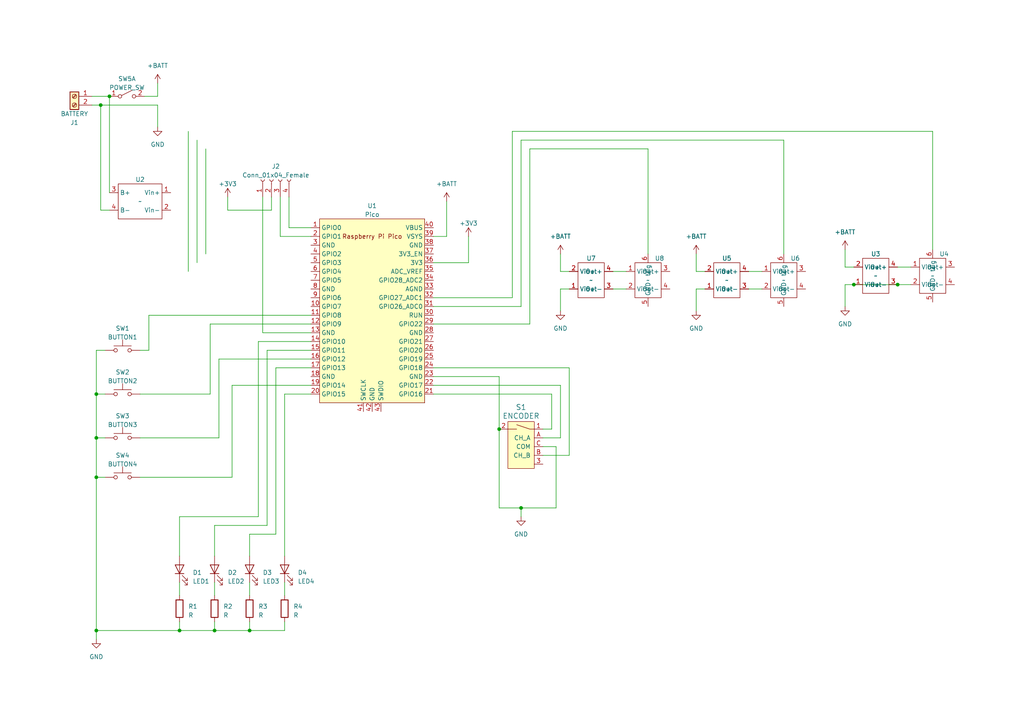
<source format=kicad_sch>
(kicad_sch (version 20230121) (generator eeschema)
  (paper "A4")
  (lib_symbols
    (symbol "Connector:Conn_01x04_Female" (pin_names (offset 1.016) hide)
      (property "Reference" "J" (at 0 5.08 0))
      (property "Value" "Conn_01x04_Female" (at 0 -7.62 0))
      (symbol "Conn_01x04_Female_1_1"
        (arc (start 0 -4.572) (mid -0.5058 -5.08) (end 0 -5.588) (stroke (width 0.1524)))
        (arc (start 0 -2.032) (mid -0.5058 -2.54) (end 0 -3.048) (stroke (width 0.1524)))
        (polyline (pts (xy -1.27 -5.08) (xy -0.508 -5.08)) (stroke (width 0.1524)))
        (polyline (pts (xy -1.27 -2.54) (xy -0.508 -2.54)) (stroke (width 0.1524)))
        (polyline (pts (xy -1.27 0) (xy -0.508 0)) (stroke (width 0.1524)))
        (polyline (pts (xy -1.27 2.54) (xy -0.508 2.54)) (stroke (width 0.1524)))
        (arc (start 0 0.508) (mid -0.5058 0) (end 0 -0.508) (stroke (width 0.1524)))
        (arc (start 0 3.048) (mid -0.5058 2.54) (end 0 2.032) (stroke (width 0.1524)))
        (pin passive line (at -5.08 2.54 0) (length 3.81) (name "Pin_1") (number "1"))
        (pin passive line (at -5.08 0 0) (length 3.81) (name "Pin_2") (number "2"))
        (pin passive line (at -5.08 -2.54 0) (length 3.81) (name "Pin_3") (number "3"))
        (pin passive line (at -5.08 -5.08 0) (length 3.81) (name "Pin_4") (number "4"))
      )
    )
    (symbol "Connector:Screw_Terminal_01x02" (pin_names (offset 1.016) hide)
      (property "Reference" "J" (at 0 2.54 0))
      (property "Value" "Screw_Terminal_01x02" (at 0 -5.08 0))
      (symbol "Screw_Terminal_01x02_1_1"
        (rectangle (start -1.27 1.27) (end 1.27 -3.81) (stroke (width 0.254)) (fill (type background)))
        (circle (center 0 -2.54) (radius 0.635) (stroke (width 0.1524)))
        (polyline (pts (xy -0.5334 -2.2098) (xy 0.3302 -3.048)) (stroke (width 0.1524)))
        (polyline (pts (xy -0.5334 0.3302) (xy 0.3302 -0.508)) (stroke (width 0.1524)))
        (polyline (pts (xy -0.3556 -2.032) (xy 0.508 -2.8702)) (stroke (width 0.1524)))
        (polyline (pts (xy -0.3556 0.508) (xy 0.508 -0.3302)) (stroke (width 0.1524)))
        (circle (center 0 0) (radius 0.635) (stroke (width 0.1524)))
        (pin passive line (at -5.08 0 0) (length 3.81) (name "Pin_1") (number "1"))
        (pin passive line (at -5.08 -2.54 0) (length 3.81) (name "Pin_2") (number "2"))
      )
    )
    (symbol "Device:LED" (pin_numbers hide) (pin_names (offset 1.016) hide)
      (property "Reference" "D" (at 0 2.54 0))
      (property "Value" "LED" (at 0 -2.54 0))
      (symbol "LED_0_1"
        (polyline (pts (xy -1.27 -1.27) (xy -1.27 1.27)) (stroke (width 0.2032)))
        (polyline (pts (xy -1.27 0) (xy 1.27 0)))
        (polyline (pts (xy 1.27 -1.27) (xy 1.27 1.27) (xy -1.27 0) (xy 1.27 -1.27)) (stroke (width 0.2032)))
        (polyline (pts (xy -3.048 -0.762) (xy -4.572 -2.286) (xy -3.81 -2.286) (xy -4.572 -2.286) (xy -4.572 -1.524)))
        (polyline (pts (xy -1.778 -0.762) (xy -3.302 -2.286) (xy -2.54 -2.286) (xy -3.302 -2.286) (xy -3.302 -1.524)))
      )
      (symbol "LED_1_1"
        (pin passive line (at -3.81 0 0) (length 2.54) (name "K") (number "1"))
        (pin passive line (at 3.81 0 180) (length 2.54) (name "A") (number "2"))
      )
    )
    (symbol "Device:R" (pin_numbers hide) (pin_names (offset 0))
      (property "Reference" "R" (at 2.032 0 90))
      (property "Value" "R" (at 0 0 90))
      (symbol "R_0_1"
        (rectangle (start -1.016 -2.54) (end 1.016 2.54) (stroke (width 0.254)))
      )
      (symbol "R_1_1"
        (pin passive line (at 0 3.81 270) (length 1.27) (name "~") (number "1"))
        (pin passive line (at 0 -3.81 90) (length 1.27) (name "~") (number "2"))
      )
    )
    (symbol "GND_1" (power) (pin_names (offset 0))
      (property "Value" "GND_1" (at 0 -3.81 0))
      (symbol "GND_1_0_1"
        (polyline (pts (xy 0 0) (xy 0 -1.27) (xy 1.27 -1.27) (xy 0 -2.54) (xy -1.27 -1.27) (xy 0 -1.27)))
      )
      (symbol "GND_1_1_1"
        (pin power_in line (at 0 0 270) (length 0) hide (name "GND") (number "1"))
      )
    )
    (symbol "MCU_RaspberryPi_and_Boards:Pico"
      (property "Reference" "U" (at -13.97 27.94 0))
      (property "Value" "Pico" (at 0 19.05 0))
      (symbol "Pico_0_0"
        (text "Raspberry Pi Pico" (at 0 21.59 0) (effects (font (size 1.27 1.27))))
      )
      (symbol "Pico_0_1"
        (rectangle (start -15.24 26.67) (end 15.24 -26.67) (fill (type background)))
      )
      (symbol "Pico_1_1"
        (pin bidirectional line (at -17.78 24.13 0) (length 2.54) (name "GPIO0") (number "1"))
        (pin bidirectional line (at -17.78 1.27 0) (length 2.54) (name "GPIO7") (number "10"))
        (pin bidirectional line (at -17.78 -1.27 0) (length 2.54) (name "GPIO8") (number "11"))
        (pin bidirectional line (at -17.78 -3.81 0) (length 2.54) (name "GPIO9") (number "12"))
        (pin power_in line (at -17.78 -6.35 0) (length 2.54) (name "GND") (number "13"))
        (pin bidirectional line (at -17.78 -8.89 0) (length 2.54) (name "GPIO10") (number "14"))
        (pin bidirectional line (at -17.78 -11.43 0) (length 2.54) (name "GPIO11") (number "15"))
        (pin bidirectional line (at -17.78 -13.97 0) (length 2.54) (name "GPIO12") (number "16"))
        (pin bidirectional line (at -17.78 -16.51 0) (length 2.54) (name "GPIO13") (number "17"))
        (pin power_in line (at -17.78 -19.05 0) (length 2.54) (name "GND") (number "18"))
        (pin bidirectional line (at -17.78 -21.59 0) (length 2.54) (name "GPIO14") (number "19"))
        (pin bidirectional line (at -17.78 21.59 0) (length 2.54) (name "GPIO1") (number "2"))
        (pin bidirectional line (at -17.78 -24.13 0) (length 2.54) (name "GPIO15") (number "20"))
        (pin bidirectional line (at 17.78 -24.13 180) (length 2.54) (name "GPIO16") (number "21"))
        (pin bidirectional line (at 17.78 -21.59 180) (length 2.54) (name "GPIO17") (number "22"))
        (pin power_in line (at 17.78 -19.05 180) (length 2.54) (name "GND") (number "23"))
        (pin bidirectional line (at 17.78 -16.51 180) (length 2.54) (name "GPIO18") (number "24"))
        (pin bidirectional line (at 17.78 -13.97 180) (length 2.54) (name "GPIO19") (number "25"))
        (pin bidirectional line (at 17.78 -11.43 180) (length 2.54) (name "GPIO20") (number "26"))
        (pin bidirectional line (at 17.78 -8.89 180) (length 2.54) (name "GPIO21") (number "27"))
        (pin power_in line (at 17.78 -6.35 180) (length 2.54) (name "GND") (number "28"))
        (pin bidirectional line (at 17.78 -3.81 180) (length 2.54) (name "GPIO22") (number "29"))
        (pin power_in line (at -17.78 19.05 0) (length 2.54) (name "GND") (number "3"))
        (pin input line (at 17.78 -1.27 180) (length 2.54) (name "RUN") (number "30"))
        (pin bidirectional line (at 17.78 1.27 180) (length 2.54) (name "GPIO26_ADC0") (number "31"))
        (pin bidirectional line (at 17.78 3.81 180) (length 2.54) (name "GPIO27_ADC1") (number "32"))
        (pin power_in line (at 17.78 6.35 180) (length 2.54) (name "AGND") (number "33"))
        (pin bidirectional line (at 17.78 8.89 180) (length 2.54) (name "GPIO28_ADC2") (number "34"))
        (pin power_in line (at 17.78 11.43 180) (length 2.54) (name "ADC_VREF") (number "35"))
        (pin power_in line (at 17.78 13.97 180) (length 2.54) (name "3V3") (number "36"))
        (pin input line (at 17.78 16.51 180) (length 2.54) (name "3V3_EN") (number "37"))
        (pin bidirectional line (at 17.78 19.05 180) (length 2.54) (name "GND") (number "38"))
        (pin power_in line (at 17.78 21.59 180) (length 2.54) (name "VSYS") (number "39"))
        (pin bidirectional line (at -17.78 16.51 0) (length 2.54) (name "GPIO2") (number "4"))
        (pin power_in line (at 17.78 24.13 180) (length 2.54) (name "VBUS") (number "40"))
        (pin input line (at -2.54 -29.21 90) (length 2.54) (name "SWCLK") (number "41"))
        (pin power_in line (at 0 -29.21 90) (length 2.54) (name "GND") (number "42"))
        (pin bidirectional line (at 2.54 -29.21 90) (length 2.54) (name "SWDIO") (number "43"))
        (pin bidirectional line (at -17.78 13.97 0) (length 2.54) (name "GPIO3") (number "5"))
        (pin bidirectional line (at -17.78 11.43 0) (length 2.54) (name "GPIO4") (number "6"))
        (pin bidirectional line (at -17.78 8.89 0) (length 2.54) (name "GPIO5") (number "7"))
        (pin power_in line (at -17.78 6.35 0) (length 2.54) (name "GND") (number "8"))
        (pin bidirectional line (at -17.78 3.81 0) (length 2.54) (name "GPIO6") (number "9"))
      )
    )
    (symbol "Switch:SW_DPST_x2" (pin_names (offset 0) hide)
      (property "Reference" "SW" (at 0 3.175 0))
      (property "Value" "SW_DPST_x2" (at 0 -2.54 0))
      (symbol "SW_DPST_x2_0_0"
        (circle (center -2.032 0) (radius 0.508))
        (polyline (pts (xy -1.524 0.254) (xy 1.524 1.778)))
        (circle (center 2.032 0) (radius 0.508))
      )
      (symbol "SW_DPST_x2_1_1"
        (pin passive line (at -5.08 0 0) (length 2.54) (name "A") (number "1"))
        (pin passive line (at 5.08 0 180) (length 2.54) (name "B") (number "2"))
      )
      (symbol "SW_DPST_x2_2_1"
        (pin passive line (at -5.08 0 0) (length 2.54) (name "A") (number "3"))
        (pin passive line (at 5.08 0 180) (length 2.54) (name "B") (number "4"))
      )
    )
    (symbol "Switch:SW_Push" (pin_numbers hide) (pin_names (offset 1.016) hide)
      (property "Reference" "SW" (at 1.27 2.54 0))
      (property "Value" "SW_Push" (at 0 -1.524 0))
      (symbol "SW_Push_0_1"
        (circle (center -2.032 0) (radius 0.508))
        (polyline (pts (xy 0 1.27) (xy 0 3.048)))
        (polyline (pts (xy 2.54 1.27) (xy -2.54 1.27)))
        (circle (center 2.032 0) (radius 0.508))
        (pin passive line (at -5.08 0 0) (length 2.54) (name "1") (number "1"))
        (pin passive line (at 5.08 0 180) (length 2.54) (name "2") (number "2"))
      )
    )
    (symbol "chinese_modules:charger"
      (property "Reference" "U" (at 0 0 0))
      (symbol "charger_0_1"
        (rectangle (start -6.35 5.08) (end 6.35 -5.08))
      )
      (symbol "charger_1_1"
        (pin input line (at 8.89 2.54 180) (length 2.54) (name "Vin+") (number "1"))
        (pin input line (at 8.89 -2.54 180) (length 2.54) (name "Vin-") (number "2"))
        (pin input line (at -8.89 2.54 0) (length 2.54) (name "B+") (number "3"))
        (pin input line (at -8.89 -2.54 0) (length 2.54) (name "B-") (number "4"))
      )
    )
    (symbol "chinese_modules:dc-dc"
      (property "Reference" "U" (at 0 0 0))
      (symbol "dc-dc_0_1"
        (rectangle (start -3.81 5.08) (end 3.81 -5.08))
      )
      (symbol "dc-dc_1_1"
        (pin power_in line (at -6.35 -2.54 0) (length 2.54) (name "Vin+") (number "1"))
        (pin power_in line (at -6.35 2.54 0) (length 2.54) (name "Vin+") (number "2"))
        (pin power_out line (at 6.35 -2.54 180) (length 2.54) (name "Out-") (number "3"))
        (pin power_out line (at 6.35 2.54 180) (length 2.54) (name "Out+") (number "4"))
      )
    )
    (symbol "chinese_modules:xy-mos"
      (property "Reference" "U" (at -11.43 0 0))
      (symbol "xy-mos_0_1"
        (rectangle (start -3.81 5.08) (end 3.81 -5.08))
      )
      (symbol "xy-mos_1_1"
        (pin power_in line (at -6.35 2.54 0) (length 2.54) (name "Vin+") (number "1"))
        (pin power_in line (at -6.35 -2.54 0) (length 2.54) (name "Vin-") (number "2"))
        (pin power_out line (at 6.35 2.54 180) (length 2.54) (name "Out+") (number "3"))
        (pin power_out line (at 6.35 -2.54 180) (length 2.54) (name "Out-") (number "4"))
        (pin input line (at 0 -7.62 90) (length 2.54) (name "GND") (number "5"))
        (pin input line (at 0 7.62 270) (length 2.54) (name "trig") (number "6"))
      )
    )
    (symbol "dk_Encoders:PEC11R-4215F-S0024" (pin_names (offset 1.016))
      (property "Reference" "S" (at -1.27 5.715 0))
      (property "Value" "PEC11R-4215F-S0024" (at -1.27 -9.906 0))
      (symbol "PEC11R-4215F-S0024_0_1"
        (rectangle (start -5.08 4.699) (end 2.54 -8.89) (fill (type background)))
        (polyline (pts (xy 0 2.54) (xy 2.54 2.54)))
        (polyline (pts (xy -5.08 2.54) (xy -3.81 2.54) (xy 0 3.81)))
      )
      (symbol "PEC11R-4215F-S0024_1_1"
        (pin bidirectional line (at -7.62 2.54 0) (length 2.54) (name "~") (number "1"))
        (pin bidirectional line (at 5.08 2.54 180) (length 2.54) (name "~") (number "2"))
        (pin unspecified line (at -7.62 -7.62 0) (length 2.54) (name "~") (number "3"))
        (pin bidirectional line (at -7.62 0 0) (length 2.54) (name "CH_A") (number "A"))
        (pin bidirectional line (at -7.62 -5.08 0) (length 2.54) (name "CH_B") (number "B"))
        (pin input line (at -7.62 -2.54 0) (length 2.54) (name "COM") (number "C"))
      )
    )
    (symbol "power:+3.3V" (power) (pin_names (offset 0))
      (property "Value" "+3.3V" (at 0 3.556 0))
      (symbol "+3.3V_0_1"
        (polyline (pts (xy -0.762 1.27) (xy 0 2.54)))
        (polyline (pts (xy 0 0) (xy 0 2.54)))
        (polyline (pts (xy 0 2.54) (xy 0.762 1.27)))
      )
      (symbol "+3.3V_1_1"
        (pin power_in line (at 0 0 90) (length 0) hide (name "+3V3") (number "1"))
      )
    )
    (symbol "power:+BATT" (power) (pin_names (offset 0))
      (property "Value" "+BATT" (at 0 3.556 0))
      (symbol "+BATT_0_1"
        (polyline (pts (xy -0.762 1.27) (xy 0 2.54)))
        (polyline (pts (xy 0 0) (xy 0 2.54)))
        (polyline (pts (xy 0 2.54) (xy 0.762 1.27)))
      )
      (symbol "+BATT_1_1"
        (pin power_in line (at 0 0 90) (length 0) hide (name "+BATT") (number "1"))
      )
    )
    (symbol "power:GND" (power) (pin_names (offset 0))
      (property "Value" "GND" (at 0 -3.81 0))
      (symbol "GND_0_1"
        (polyline (pts (xy 0 0) (xy 0 -1.27) (xy 1.27 -1.27) (xy 0 -2.54) (xy -1.27 -1.27) (xy 0 -1.27)))
      )
      (symbol "GND_1_1"
        (pin power_in line (at 0 0 270) (length 0) hide (name "GND") (number "1"))
      )
    )
  )
  (junction (at 247.65 82.55))
  (junction (at 27.94 114.3))
  (junction (at 62.23 182.88))
  (junction (at 144.78 124.46))
  (junction (at 29.21 30.48))
  (junction (at 260.35 82.55))
  (junction (at 27.94 138.43))
  (junction (at 27.94 127))
  (junction (at 52.07 182.88))
  (junction (at 72.39 182.88))
  (junction (at 151.13 147.32))
  (junction (at 27.94 182.88))
  (junction (at 31.75 27.94))
  (wire (pts (xy 29.21 60.96) (xy 29.21 30.48)))
  (wire (pts (xy 144.78 109.22) (xy 144.78 124.46)))
  (wire (pts (xy 204.47 83.82) (xy 201.93 83.82)))
  (wire (pts (xy 165.1 83.82) (xy 162.56 83.82)))
  (wire (pts (xy 247.65 82.55) (xy 260.35 82.55)))
  (wire (pts (xy 260.35 82.55) (xy 264.16 82.55)))
  (wire (pts (xy 54.61 38.1) (xy 54.61 78.74)))
  (wire (pts (xy 30.48 127) (xy 27.94 127)))
  (wire (pts (xy 201.93 73.66) (xy 201.93 78.74)))
  (wire (pts (xy 52.07 149.86) (xy 74.93 149.86)))
  (wire (pts (xy 148.59 38.1) (xy 270.51 38.1)))
  (wire (pts (xy 80.01 106.68) (xy 80.01 154.94)))
  (wire (pts (xy 187.96 43.18) (xy 187.96 73.66)))
  (wire (pts (xy 157.48 124.46) (xy 160.02 124.46)))
  (wire (pts (xy 27.94 182.88) (xy 27.94 185.42)))
  (wire (pts (xy 40.64 138.43) (xy 67.31 138.43)))
  (wire (pts (xy 43.18 101.6) (xy 40.64 101.6)))
  (wire (pts (xy 66.04 60.96) (xy 78.74 60.96)))
  (wire (pts (xy 67.31 138.43) (xy 67.31 111.76)))
  (wire (pts (xy 153.67 43.18) (xy 187.96 43.18)))
  (wire (pts (xy 57.15 76.2) (xy 57.15 40.64)))
  (wire (pts (xy 81.28 68.58) (xy 90.17 68.58)))
  (wire (pts (xy 30.48 101.6) (xy 27.94 101.6)))
  (wire (pts (xy 227.33 40.64) (xy 227.33 73.66)))
  (wire (pts (xy 62.23 152.4) (xy 62.23 161.29)))
  (wire (pts (xy 148.59 86.36) (xy 148.59 38.1)))
  (wire (pts (xy 72.39 168.91) (xy 72.39 172.72)))
  (wire (pts (xy 157.48 129.54) (xy 161.29 129.54)))
  (wire (pts (xy 153.67 93.98) (xy 153.67 43.18)))
  (wire (pts (xy 162.56 127) (xy 162.56 111.76)))
  (wire (pts (xy 78.74 60.96) (xy 78.74 57.15)))
  (wire (pts (xy 151.13 88.9) (xy 125.73 88.9)))
  (wire (pts (xy 177.8 78.74) (xy 181.61 78.74)))
  (wire (pts (xy 52.07 182.88) (xy 62.23 182.88)))
  (wire (pts (xy 82.55 168.91) (xy 82.55 172.72)))
  (wire (pts (xy 217.17 83.82) (xy 220.98 83.82)))
  (wire (pts (xy 260.35 77.47) (xy 264.16 77.47)))
  (wire (pts (xy 27.94 101.6) (xy 27.94 114.3)))
  (wire (pts (xy 245.11 77.47) (xy 247.65 77.47)))
  (wire (pts (xy 165.1 106.68) (xy 165.1 132.08)))
  (wire (pts (xy 74.93 99.06) (xy 90.17 99.06)))
  (wire (pts (xy 151.13 40.64) (xy 151.13 88.9)))
  (wire (pts (xy 52.07 182.88) (xy 52.07 180.34)))
  (wire (pts (xy 82.55 182.88) (xy 82.55 180.34)))
  (wire (pts (xy 62.23 168.91) (xy 62.23 172.72)))
  (wire (pts (xy 45.72 30.48) (xy 45.72 36.83)))
  (wire (pts (xy 125.73 76.2) (xy 135.89 76.2)))
  (wire (pts (xy 27.94 114.3) (xy 30.48 114.3)))
  (wire (pts (xy 27.94 114.3) (xy 27.94 127)))
  (wire (pts (xy 43.18 91.44) (xy 90.17 91.44)))
  (wire (pts (xy 40.64 127) (xy 63.5 127)))
  (wire (pts (xy 177.8 83.82) (xy 181.61 83.82)))
  (wire (pts (xy 129.54 68.58) (xy 129.54 58.42)))
  (wire (pts (xy 72.39 154.94) (xy 80.01 154.94)))
  (wire (pts (xy 83.82 66.04) (xy 90.17 66.04)))
  (wire (pts (xy 125.73 106.68) (xy 165.1 106.68)))
  (wire (pts (xy 90.17 104.14) (xy 63.5 104.14)))
  (wire (pts (xy 45.72 27.94) (xy 45.72 24.13)))
  (wire (pts (xy 77.47 152.4) (xy 62.23 152.4)))
  (wire (pts (xy 160.02 114.3) (xy 125.73 114.3)))
  (wire (pts (xy 245.11 82.55) (xy 245.11 88.9)))
  (wire (pts (xy 161.29 129.54) (xy 161.29 147.32)))
  (wire (pts (xy 41.91 27.94) (xy 45.72 27.94)))
  (wire (pts (xy 26.67 30.48) (xy 29.21 30.48)))
  (wire (pts (xy 67.31 111.76) (xy 90.17 111.76)))
  (wire (pts (xy 72.39 182.88) (xy 72.39 180.34)))
  (wire (pts (xy 80.01 106.68) (xy 90.17 106.68)))
  (wire (pts (xy 135.89 76.2) (xy 135.89 68.58)))
  (wire (pts (xy 74.93 149.86) (xy 74.93 99.06)))
  (wire (pts (xy 29.21 60.96) (xy 31.75 60.96)))
  (wire (pts (xy 245.11 82.55) (xy 247.65 82.55)))
  (wire (pts (xy 52.07 161.29) (xy 52.07 149.86)))
  (wire (pts (xy 144.78 124.46) (xy 144.78 147.32)))
  (wire (pts (xy 125.73 68.58) (xy 129.54 68.58)))
  (wire (pts (xy 270.51 38.1) (xy 270.51 72.39)))
  (wire (pts (xy 90.17 114.3) (xy 82.55 114.3)))
  (wire (pts (xy 27.94 138.43) (xy 27.94 182.88)))
  (wire (pts (xy 217.17 78.74) (xy 220.98 78.74)))
  (wire (pts (xy 165.1 132.08) (xy 157.48 132.08)))
  (wire (pts (xy 60.96 93.98) (xy 90.17 93.98)))
  (wire (pts (xy 227.33 40.64) (xy 151.13 40.64)))
  (wire (pts (xy 40.64 114.3) (xy 60.96 114.3)))
  (wire (pts (xy 43.18 91.44) (xy 43.18 101.6)))
  (wire (pts (xy 162.56 83.82) (xy 162.56 90.17)))
  (wire (pts (xy 72.39 182.88) (xy 82.55 182.88)))
  (wire (pts (xy 76.2 57.15) (xy 76.2 96.52)))
  (wire (pts (xy 201.93 78.74) (xy 204.47 78.74)))
  (wire (pts (xy 77.47 101.6) (xy 77.47 152.4)))
  (wire (pts (xy 29.21 30.48) (xy 45.72 30.48)))
  (wire (pts (xy 66.04 57.15) (xy 66.04 60.96)))
  (wire (pts (xy 60.96 114.3) (xy 60.96 93.98)))
  (wire (pts (xy 82.55 114.3) (xy 82.55 161.29)))
  (wire (pts (xy 27.94 138.43) (xy 30.48 138.43)))
  (wire (pts (xy 72.39 161.29) (xy 72.39 154.94)))
  (wire (pts (xy 27.94 182.88) (xy 52.07 182.88)))
  (wire (pts (xy 76.2 96.52) (xy 90.17 96.52)))
  (wire (pts (xy 162.56 73.66) (xy 162.56 78.74)))
  (wire (pts (xy 160.02 124.46) (xy 160.02 114.3)))
  (wire (pts (xy 162.56 111.76) (xy 125.73 111.76)))
  (wire (pts (xy 59.69 73.66) (xy 59.69 43.18)))
  (wire (pts (xy 157.48 127) (xy 162.56 127)))
  (wire (pts (xy 31.75 27.94) (xy 31.75 55.88)))
  (wire (pts (xy 162.56 78.74) (xy 165.1 78.74)))
  (wire (pts (xy 52.07 168.91) (xy 52.07 172.72)))
  (wire (pts (xy 27.94 127) (xy 27.94 138.43)))
  (wire (pts (xy 62.23 182.88) (xy 62.23 180.34)))
  (wire (pts (xy 81.28 57.15) (xy 81.28 68.58)))
  (wire (pts (xy 63.5 104.14) (xy 63.5 127)))
  (wire (pts (xy 201.93 83.82) (xy 201.93 90.17)))
  (wire (pts (xy 161.29 147.32) (xy 151.13 147.32)))
  (wire (pts (xy 125.73 93.98) (xy 153.67 93.98)))
  (wire (pts (xy 62.23 182.88) (xy 72.39 182.88)))
  (wire (pts (xy 151.13 147.32) (xy 144.78 147.32)))
  (wire (pts (xy 125.73 109.22) (xy 144.78 109.22)))
  (wire (pts (xy 125.73 86.36) (xy 148.59 86.36)))
  (wire (pts (xy 77.47 101.6) (xy 90.17 101.6)))
  (wire (pts (xy 26.67 27.94) (xy 31.75 27.94)))
  (wire (pts (xy 83.82 57.15) (xy 83.82 66.04)))
  (wire (pts (xy 245.11 72.39) (xy 245.11 77.47)))
  (wire (pts (xy 151.13 147.32) (xy 151.13 149.86)))
  (symbol (lib_id "power:GND") (at 201.93 90.17 0) (unit 1)
    (property "Reference" "#PWR09" (effects hide))
    (property "Value" "GND" (at 201.93 95.25 0))
  )
  (symbol (lib_id "power:+BATT") (at 45.72 24.13 0) (unit 1)
    (property "Reference" "#PWR06" (effects hide))
    (property "Value" "+BATT" (at 45.72 19.05 0))
  )
  (symbol (lib_id "Device:LED") (at 72.39 165.1 90) (unit 1)
    (property "Reference" "D3" (at 76.2 166.0652 90) (effects (justify right)))
    (property "Value" "LED3" (at 76.2 168.6052 90) (effects (justify right)))
    (property "Footprint" "LED_THT:LED_D5.0mm" (effects hide))
  )
  (symbol (lib_id "power:+BATT") (at 245.11 72.39 0) (unit 1)
    (property "Reference" "#PWR04" (effects hide))
    (property "Value" "+BATT" (at 245.11 67.31 0))
  )
  (symbol (lib_id "Switch:SW_DPST_x2") (at 36.83 27.94 0) (unit 1)
    (property "Reference" "SW5" (at 36.83 22.86 0))
    (property "Value" "POWER_SW" (at 36.83 25.4 0))
    (property "Footprint" "Inductor_THT:L_Radial_D12.0mm_P6.00mm_MuRATA_1900R" (effects hide))
  )
  (symbol (lib_id "chinese_modules:xy-mos") (at 187.96 81.28 0) (unit 1)
    (property "Reference" "U8" (at 189.9159 74.93 0) (effects (justify left)))
    (property "Value" "~" (at 187.96 81.28 0))
    (property "Footprint" "chinese_modules:xy-mos" (effects hide))
  )
  (symbol (lib_id "Device:R") (at 82.55 176.53 0) (unit 1)
    (property "Reference" "R4" (at 85.09 175.895 0) (effects (justify left)))
    (property "Value" "R" (at 85.09 178.435 0) (effects (justify left)))
    (property "Footprint" "Resistor_THT:R_Axial_DIN0617_L17.0mm_D6.0mm_P5.08mm_Vertical" (effects hide))
  )
  (symbol (lib_id "power:+3.3V") (at 135.89 68.58 0) (unit 1)
    (property "Reference" "#PWR07" (effects hide))
    (property "Value" "+3.3V" (at 135.89 64.77 0))
  )
  (symbol (lib_id "Device:LED") (at 82.55 165.1 90) (unit 1)
    (property "Reference" "D4" (at 86.36 166.0652 90) (effects (justify right)))
    (property "Value" "LED4" (at 86.36 168.6052 90) (effects (justify right)))
    (property "Footprint" "LED_THT:LED_D5.0mm" (effects hide))
  )
  (symbol (lib_id "chinese_modules:charger") (at 40.64 58.42 0) (unit 1)
    (property "Reference" "U2" (at 40.64 52.07 0))
    (property "Value" "~" (at 40.64 58.42 0))
    (property "Footprint" "chinese_modules:charger" (effects hide))
  )
  (symbol (lib_id "chinese_modules:dc-dc") (at 210.82 81.28 0) (unit 1)
    (property "Reference" "U5" (at 210.82 74.93 0))
    (property "Value" "~" (at 210.82 81.28 0))
    (property "Footprint" "chinese_modules:dc-dc module" (effects hide))
  )
  (symbol (lib_id "Connector:Screw_Terminal_01x02") (at 21.59 27.94 0) (mirror y) (unit 1)
    (property "Reference" "J1" (at 21.59 35.56 0))
    (property "Value" "BATTERY" (at 21.59 33.02 0))
    (property "Footprint" "TerminalBlock:TerminalBlock_bornier-2_P5.08mm" (effects hide))
  )
  (symbol (lib_id "Switch:SW_Push") (at 35.56 101.6 0) (unit 1)
    (property "Reference" "SW1" (at 35.56 95.25 0))
    (property "Value" "BUTTON1" (at 35.56 97.79 0))
    (property "Footprint" "Inductor_THT:L_Radial_D12.0mm_P6.00mm_MuRATA_1900R" (effects hide))
  )
  (symbol (lib_id "Switch:SW_Push") (at 35.56 114.3 0) (unit 1)
    (property "Reference" "SW2" (at 35.56 107.95 0))
    (property "Value" "BUTTON2" (at 35.56 110.49 0))
    (property "Footprint" "Inductor_THT:L_Radial_D12.0mm_P6.00mm_MuRATA_1900R" (effects hide))
  )
  (symbol (lib_id "chinese_modules:xy-mos") (at 227.33 81.28 0) (unit 1)
    (property "Reference" "U6" (at 229.2859 74.93 0) (effects (justify left)))
    (property "Value" "~" (at 227.33 81.28 0))
    (property "Footprint" "chinese_modules:xy-mos" (effects hide))
  )
  (symbol (lib_id "Switch:SW_Push") (at 35.56 127 0) (unit 1)
    (property "Reference" "SW3" (at 35.56 120.65 0))
    (property "Value" "BUTTON3" (at 35.56 123.19 0))
    (property "Footprint" "Inductor_THT:L_Radial_D12.0mm_P6.00mm_MuRATA_1900R" (effects hide))
  )
  (symbol (lib_name "GND_1") (lib_id "power:GND") (at 245.11 88.9 0) (unit 1)
    (property "Reference" "#PWR014" (effects hide))
    (property "Value" "GND" (at 245.11 93.98 0))
  )
  (symbol (lib_id "power:+BATT") (at 129.54 58.42 0) (unit 1)
    (property "Reference" "#PWR03" (effects hide))
    (property "Value" "+BATT" (at 129.54 53.34 0))
  )
  (symbol (lib_id "Device:R") (at 62.23 176.53 0) (unit 1)
    (property "Reference" "R2" (at 64.77 175.895 0) (effects (justify left)))
    (property "Value" "R" (at 64.77 178.435 0) (effects (justify left)))
    (property "Footprint" "Resistor_THT:R_Axial_DIN0617_L17.0mm_D6.0mm_P5.08mm_Vertical" (effects hide))
  )
  (symbol (lib_id "chinese_modules:dc-dc") (at 254 80.01 0) (unit 1)
    (property "Reference" "U3" (at 254 73.66 0))
    (property "Value" "~" (at 254 80.01 0))
    (property "Footprint" "chinese_modules:dc-dc module" (effects hide))
  )
  (symbol (lib_id "chinese_modules:xy-mos") (at 270.51 80.01 0) (unit 1)
    (property "Reference" "U4" (at 272.4659 73.66 0) (effects (justify left)))
    (property "Value" "~" (at 270.51 80.01 0))
    (property "Footprint" "chinese_modules:xy-mos" (effects hide))
  )
  (symbol (lib_id "power:GND") (at 151.13 149.86 0) (unit 1)
    (property "Reference" "#PWR015" (effects hide))
    (property "Value" "GND" (at 151.13 154.94 0))
  )
  (symbol (lib_id "power:GND") (at 27.94 185.42 0) (unit 1)
    (property "Reference" "#PWR01" (effects hide))
    (property "Value" "GND" (at 27.94 190.5 0))
  )
  (symbol (lib_id "Device:R") (at 52.07 176.53 0) (unit 1)
    (property "Reference" "R1" (at 54.61 175.895 0) (effects (justify left)))
    (property "Value" "R" (at 54.61 178.435 0) (effects (justify left)))
    (property "Footprint" "Resistor_THT:R_Axial_DIN0617_L17.0mm_D6.0mm_P5.08mm_Vertical" (effects hide))
  )
  (symbol (lib_id "Device:LED") (at 62.23 165.1 90) (unit 1)
    (property "Reference" "D2" (at 66.04 166.0652 90) (effects (justify right)))
    (property "Value" "LED2" (at 66.04 168.6052 90) (effects (justify right)))
    (property "Footprint" "LED_THT:LED_D5.0mm" (effects hide))
  )
  (symbol (lib_id "power:GND") (at 45.72 36.83 0) (unit 1)
    (property "Reference" "#PWR02" (effects hide))
    (property "Value" "GND" (at 45.72 41.91 0))
  )
  (symbol (lib_id "power:+3.3V") (at 66.04 57.15 0) (unit 1)
    (property "Reference" "#PWR012" (effects hide))
    (property "Value" "+3.3V" (at 66.04 53.34 0))
  )
  (symbol (lib_id "dk_Encoders:PEC11R-4215F-S0024") (at 149.86 127 0) (mirror y) (unit 1)
    (property "Reference" "S1" (at 151.13 118.11 0) (effects (font (size 1.524 1.524))))
    (property "Value" "ENCODER" (at 151.13 120.65 0) (effects (font (size 1.524 1.524))))
    (property "Footprint" "digikey-footprints:Rotary_Encoder_Switched_PEC11R" (effects hide))
    (property "Datasheet" "https://www.bourns.com/docs/Product-Datasheets/PEC11R.pdf" (effects hide))
    (property "Digi-Key_PN" "PEC11R-4215F-S0024-ND" (effects hide))
    (property "MPN" "PEC11R-4215F-S0024" (effects hide))
    (property "Category" "Sensors, Transducers" (effects hide))
    (property "Family" "Encoders" (effects hide))
    (property "DK_Datasheet_Link" "https://www.bourns.com/docs/Product-Datasheets/PEC11R.pdf" (effects hide))
    (property "DK_Detail_Page" "/product-detail/en/bourns-inc/PEC11R-4215F-S0024/PEC11R-4215F-S0024-ND/4499665" (effects hide))
    (property "Description" "ROTARY ENCODER MECHANICAL 24PPR" (effects hide))
    (property "Manufacturer" "Bourns Inc." (effects hide))
    (property "Status" "Active" (effects hide))
  )
  (symbol (lib_id "chinese_modules:dc-dc") (at 171.45 81.28 0) (unit 1)
    (property "Reference" "U7" (at 171.45 74.93 0))
    (property "Value" "~" (at 171.45 81.28 0))
    (property "Footprint" "chinese_modules:dc-dc module" (effects hide))
  )
  (symbol (lib_id "MCU_RaspberryPi_and_Boards:Pico") (at 107.95 90.17 0) (unit 1)
    (property "Reference" "U1" (at 107.95 59.69 0))
    (property "Value" "Pico" (at 107.95 62.23 0))
    (property "Footprint" "MCU_RaspberryPi_and_Boards:RPi_Pico_SMD_TH" (effects hide))
  )
  (symbol (lib_id "Switch:SW_Push") (at 35.56 138.43 0) (unit 1)
    (property "Reference" "SW4" (at 35.56 132.08 0))
    (property "Value" "BUTTON4" (at 35.56 134.62 0))
    (property "Footprint" "Inductor_THT:L_Radial_D12.0mm_P6.00mm_MuRATA_1900R" (effects hide))
  )
  (symbol (lib_id "Connector:Conn_01x04_Female") (at 78.74 52.07 90) (unit 1)
    (property "Reference" "J2" (at 80.01 48.26 90))
    (property "Value" "Conn_01x04_Female" (at 80.01 50.8 90))
    (property "Footprint" "Connector_PinHeader_2.54mm:PinHeader_1x04_P2.54mm_Vertical" (effects hide))
  )
  (symbol (lib_id "Device:R") (at 72.39 176.53 0) (unit 1)
    (property "Reference" "R3" (at 74.93 175.895 0) (effects (justify left)))
    (property "Value" "R" (at 74.93 178.435 0) (effects (justify left)))
    (property "Footprint" "Resistor_THT:R_Axial_DIN0617_L17.0mm_D6.0mm_P5.08mm_Vertical" (effects hide))
  )
  (symbol (lib_id "Device:LED") (at 52.07 165.1 90) (unit 1)
    (property "Reference" "D1" (at 55.88 166.0652 90) (effects (justify right)))
    (property "Value" "LED1" (at 55.88 168.6052 90) (effects (justify right)))
    (property "Footprint" "LED_THT:LED_D5.0mm" (effects hide))
  )
  (symbol (lib_id "power:+BATT") (at 162.56 73.66 0) (unit 1)
    (property "Reference" "#PWR010" (effects hide))
    (property "Value" "+BATT" (at 162.56 68.58 0))
  )
  (symbol (lib_id "power:+BATT") (at 201.93 73.66 0) (unit 1)
    (property "Reference" "#PWR08" (effects hide))
    (property "Value" "+BATT" (at 201.93 68.58 0))
  )
  (symbol (lib_id "power:GND") (at 162.56 90.17 0) (unit 1)
    (property "Reference" "#PWR013" (effects hide))
    (property "Value" "GND" (at 162.56 95.25 0))
  )
)
</source>
